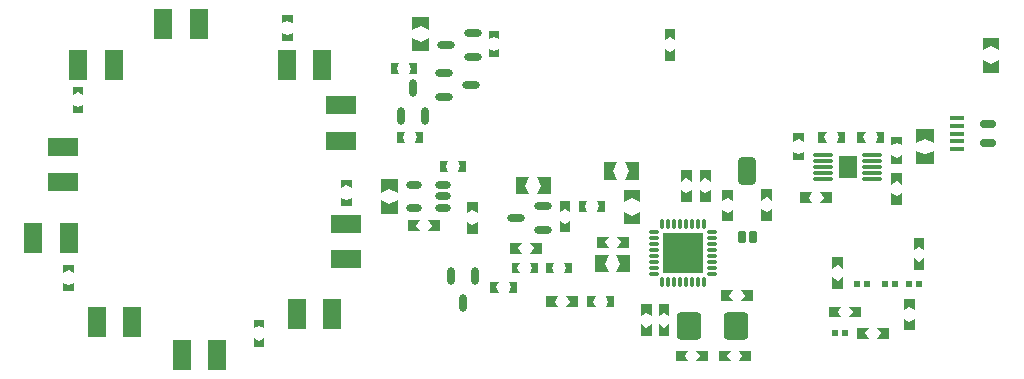
<source format=gtp>
G04*
G04 #@! TF.GenerationSoftware,Altium Limited,Altium Designer,18.1.7 (191)*
G04*
G04 Layer_Color=8421504*
%FSLAX24Y24*%
%MOIN*%
G70*
G01*
G75*
%ADD20O,0.0281X0.0591*%
%ADD21O,0.0531X0.0236*%
%ADD22O,0.0591X0.0281*%
G04:AMPARAMS|DCode=23|XSize=43.3mil|YSize=23.6mil|CornerRadius=5.9mil|HoleSize=0mil|Usage=FLASHONLY|Rotation=90.000|XOffset=0mil|YOffset=0mil|HoleType=Round|Shape=RoundedRectangle|*
%AMROUNDEDRECTD23*
21,1,0.0433,0.0118,0,0,90.0*
21,1,0.0315,0.0236,0,0,90.0*
1,1,0.0118,0.0059,0.0157*
1,1,0.0118,0.0059,-0.0157*
1,1,0.0118,-0.0059,-0.0157*
1,1,0.0118,-0.0059,0.0157*
%
%ADD23ROUNDEDRECTD23*%
G04:AMPARAMS|DCode=24|XSize=94.5mil|YSize=59.1mil|CornerRadius=14.8mil|HoleSize=0mil|Usage=FLASHONLY|Rotation=90.000|XOffset=0mil|YOffset=0mil|HoleType=Round|Shape=RoundedRectangle|*
%AMROUNDEDRECTD24*
21,1,0.0945,0.0295,0,0,90.0*
21,1,0.0650,0.0591,0,0,90.0*
1,1,0.0295,0.0148,0.0325*
1,1,0.0295,0.0148,-0.0325*
1,1,0.0295,-0.0148,-0.0325*
1,1,0.0295,-0.0148,0.0325*
%
%ADD24ROUNDEDRECTD24*%
%ADD25O,0.0110X0.0335*%
%ADD26O,0.0335X0.0110*%
%ADD27R,0.1358X0.1358*%
G04:AMPARAMS|DCode=28|XSize=90.6mil|YSize=82.7mil|CornerRadius=12.4mil|HoleSize=0mil|Usage=FLASHONLY|Rotation=270.000|XOffset=0mil|YOffset=0mil|HoleType=Round|Shape=RoundedRectangle|*
%AMROUNDEDRECTD28*
21,1,0.0906,0.0579,0,0,270.0*
21,1,0.0657,0.0827,0,0,270.0*
1,1,0.0248,-0.0289,-0.0329*
1,1,0.0248,-0.0289,0.0329*
1,1,0.0248,0.0289,0.0329*
1,1,0.0248,0.0289,-0.0329*
%
%ADD28ROUNDEDRECTD28*%
%ADD29R,0.0217X0.0236*%
%ADD30O,0.0669X0.0118*%
%ADD31R,0.0618X0.0740*%
%ADD32R,0.0591X0.1024*%
%ADD33R,0.1024X0.0591*%
G04:AMPARAMS|DCode=34|XSize=15.7mil|YSize=49.2mil|CornerRadius=3.9mil|HoleSize=0mil|Usage=FLASHONLY|Rotation=270.000|XOffset=0mil|YOffset=0mil|HoleType=Round|Shape=RoundedRectangle|*
%AMROUNDEDRECTD34*
21,1,0.0157,0.0413,0,0,270.0*
21,1,0.0079,0.0492,0,0,270.0*
1,1,0.0079,-0.0207,-0.0039*
1,1,0.0079,-0.0207,0.0039*
1,1,0.0079,0.0207,0.0039*
1,1,0.0079,0.0207,-0.0039*
%
%ADD34ROUNDEDRECTD34*%
G04:AMPARAMS|DCode=35|XSize=53.1mil|YSize=23.6mil|CornerRadius=5.9mil|HoleSize=0mil|Usage=FLASHONLY|Rotation=0.000|XOffset=0mil|YOffset=0mil|HoleType=Round|Shape=RoundedRectangle|*
%AMROUNDEDRECTD35*
21,1,0.0531,0.0118,0,0,0.0*
21,1,0.0413,0.0236,0,0,0.0*
1,1,0.0118,0.0207,-0.0059*
1,1,0.0118,-0.0207,-0.0059*
1,1,0.0118,-0.0207,0.0059*
1,1,0.0118,0.0207,0.0059*
%
%ADD35ROUNDEDRECTD35*%
G36*
X34242Y37077D02*
X34065Y37156D01*
X33888Y37077D01*
Y37352D01*
X34242D01*
Y37077D01*
D02*
G37*
G36*
X38789Y36841D02*
X38504Y36969D01*
X38219Y36841D01*
Y37293D01*
X38789D01*
Y36841D01*
D02*
G37*
G36*
X34242Y36467D02*
X33888D01*
Y36742D01*
X34065Y36664D01*
X34242Y36742D01*
Y36467D01*
D02*
G37*
G36*
X41122Y36545D02*
X40945Y36624D01*
X40768Y36545D01*
Y36821D01*
X41122D01*
Y36545D01*
D02*
G37*
G36*
X46998Y36496D02*
X46821Y36614D01*
X46644Y36496D01*
Y36890D01*
X46998D01*
Y36496D01*
D02*
G37*
G36*
X38789Y36132D02*
X38219D01*
Y36585D01*
X38504Y36457D01*
X38789Y36585D01*
Y36132D01*
D02*
G37*
G36*
X57795Y36171D02*
X57520Y36299D01*
X57244Y36171D01*
Y36585D01*
X57795D01*
Y36171D01*
D02*
G37*
G36*
X41122Y35935D02*
X40768D01*
Y36211D01*
X40945Y36132D01*
X41122Y36211D01*
Y35935D01*
D02*
G37*
G36*
X46998Y35827D02*
X46644D01*
Y36220D01*
X46821Y36102D01*
X46998Y36220D01*
Y35827D01*
D02*
G37*
G36*
X57795Y35423D02*
X57244D01*
Y35837D01*
X57520Y35709D01*
X57795Y35837D01*
Y35423D01*
D02*
G37*
G36*
X38396Y35374D02*
X38120D01*
X38199Y35551D01*
X38120Y35728D01*
X38396D01*
Y35374D01*
D02*
G37*
G36*
X37707Y35551D02*
X37786Y35374D01*
X37510D01*
Y35728D01*
X37786D01*
X37707Y35551D01*
D02*
G37*
G36*
X27264Y34685D02*
X27087Y34764D01*
X26909Y34685D01*
Y34960D01*
X27264D01*
Y34685D01*
D02*
G37*
G36*
Y34075D02*
X26909D01*
Y34350D01*
X27087Y34272D01*
X27264Y34350D01*
Y34075D01*
D02*
G37*
G36*
X51280Y33120D02*
X51102Y33199D01*
X50925Y33120D01*
Y33396D01*
X51280D01*
Y33120D01*
D02*
G37*
G36*
X53947Y33091D02*
X53671D01*
X53750Y33268D01*
X53671Y33445D01*
X53947D01*
Y33091D01*
D02*
G37*
G36*
X53258Y33268D02*
X53337Y33091D01*
X53061D01*
Y33445D01*
X53337D01*
X53258Y33268D01*
D02*
G37*
G36*
X52648Y33091D02*
X52372D01*
X52451Y33268D01*
X52372Y33445D01*
X52648D01*
Y33091D01*
D02*
G37*
G36*
X51959Y33268D02*
X52038Y33091D01*
X51762D01*
Y33445D01*
X52038D01*
X51959Y33268D01*
D02*
G37*
G36*
X38593Y33091D02*
X38317D01*
X38396Y33268D01*
X38317Y33445D01*
X38593D01*
Y33091D01*
D02*
G37*
G36*
X37904Y33268D02*
X37983Y33091D01*
X37707D01*
Y33445D01*
X37983D01*
X37904Y33268D01*
D02*
G37*
G36*
X55600Y33081D02*
X55315Y33209D01*
X55030Y33081D01*
Y33533D01*
X55600D01*
Y33081D01*
D02*
G37*
G36*
X54547Y33002D02*
X54370Y33081D01*
X54193Y33002D01*
Y33278D01*
X54547D01*
Y33002D01*
D02*
G37*
G36*
X51280Y32510D02*
X50925D01*
Y32786D01*
X51102Y32707D01*
X51280Y32786D01*
Y32510D01*
D02*
G37*
G36*
X55600Y32372D02*
X55030D01*
Y32825D01*
X55315Y32697D01*
X55600Y32825D01*
Y32372D01*
D02*
G37*
G36*
X54547Y32392D02*
X54193D01*
Y32668D01*
X54370Y32589D01*
X54547Y32668D01*
Y32392D01*
D02*
G37*
G36*
X40022Y32126D02*
X39747D01*
X39826Y32303D01*
X39747Y32480D01*
X40022D01*
Y32126D01*
D02*
G37*
G36*
X39334Y32303D02*
X39412Y32126D01*
X39137D01*
Y32480D01*
X39412D01*
X39334Y32303D01*
D02*
G37*
G36*
X45768Y31860D02*
X45315D01*
X45443Y32146D01*
X45315Y32431D01*
X45768D01*
Y31860D01*
D02*
G37*
G36*
X44931Y32146D02*
X45059Y31860D01*
X44606D01*
Y32431D01*
X45059D01*
X44931Y32146D01*
D02*
G37*
G36*
X48169Y31791D02*
X47992Y31909D01*
X47815Y31791D01*
Y32185D01*
X48169D01*
Y31791D01*
D02*
G37*
G36*
X47539Y31791D02*
X47362Y31909D01*
X47185Y31791D01*
Y32184D01*
X47539D01*
Y31791D01*
D02*
G37*
G36*
X54547Y31693D02*
X54370Y31811D01*
X54193Y31693D01*
Y32087D01*
X54547D01*
Y31693D01*
D02*
G37*
G36*
X36201Y31585D02*
X36024Y31663D01*
X35846Y31585D01*
Y31860D01*
X36201D01*
Y31585D01*
D02*
G37*
G36*
X37739Y31427D02*
X37454Y31555D01*
X37168Y31427D01*
Y31880D01*
X37739D01*
Y31427D01*
D02*
G37*
G36*
X48169Y31122D02*
X47815D01*
Y31516D01*
X47992Y31398D01*
X48169Y31516D01*
Y31122D01*
D02*
G37*
G36*
X47539Y31121D02*
X47185D01*
Y31515D01*
X47362Y31397D01*
X47539Y31515D01*
Y31121D01*
D02*
G37*
G36*
X42833Y31368D02*
X42380D01*
X42508Y31653D01*
X42380Y31939D01*
X42833D01*
Y31368D01*
D02*
G37*
G36*
X41996Y31653D02*
X42124Y31368D01*
X41671D01*
Y31939D01*
X42124D01*
X41996Y31653D01*
D02*
G37*
G36*
X54547Y31024D02*
X54193D01*
Y31417D01*
X54370Y31299D01*
X54547Y31417D01*
Y31024D01*
D02*
G37*
G36*
X36201Y30975D02*
X35846D01*
Y31250D01*
X36024Y31172D01*
X36201Y31250D01*
Y30975D01*
D02*
G37*
G36*
X50217Y31161D02*
X50039Y31280D01*
X49862Y31161D01*
Y31555D01*
X50217D01*
Y31161D01*
D02*
G37*
G36*
X48917Y31132D02*
X48740Y31250D01*
X48563Y31132D01*
Y31526D01*
X48917D01*
Y31132D01*
D02*
G37*
G36*
X45827Y31112D02*
X45551Y31240D01*
X45276Y31112D01*
Y31526D01*
X45827D01*
Y31112D01*
D02*
G37*
G36*
X52224Y31083D02*
X51831D01*
X51949Y31260D01*
X51831Y31437D01*
X52224D01*
Y31083D01*
D02*
G37*
G36*
X51437Y31260D02*
X51555Y31083D01*
X51161D01*
Y31437D01*
X51555D01*
X51437Y31260D01*
D02*
G37*
G36*
X37739Y30719D02*
X37168D01*
Y31171D01*
X37454Y31043D01*
X37739Y31171D01*
Y30719D01*
D02*
G37*
G36*
X44655Y30787D02*
X44380D01*
X44458Y30965D01*
X44380Y31142D01*
X44655D01*
Y30787D01*
D02*
G37*
G36*
X43967Y30965D02*
X44045Y30787D01*
X43770D01*
Y31142D01*
X44045D01*
X43967Y30965D01*
D02*
G37*
G36*
X50217Y30492D02*
X49862D01*
Y30886D01*
X50039Y30768D01*
X50217Y30886D01*
Y30492D01*
D02*
G37*
G36*
X43492Y30768D02*
X43315Y30886D01*
X43138Y30768D01*
Y31161D01*
X43492D01*
Y30768D01*
D02*
G37*
G36*
X48917Y30463D02*
X48563D01*
Y30857D01*
X48740Y30738D01*
X48917Y30857D01*
Y30463D01*
D02*
G37*
G36*
X40404Y30728D02*
X40226Y30846D01*
X40049Y30728D01*
Y31122D01*
X40404D01*
Y30728D01*
D02*
G37*
G36*
X45827Y30364D02*
X45276D01*
Y30778D01*
X45551Y30650D01*
X45827Y30778D01*
Y30364D01*
D02*
G37*
G36*
X43492Y30098D02*
X43138D01*
Y30492D01*
X43315Y30374D01*
X43492Y30492D01*
Y30098D01*
D02*
G37*
G36*
X40404Y30059D02*
X40049D01*
Y30453D01*
X40226Y30335D01*
X40404Y30453D01*
Y30059D01*
D02*
G37*
G36*
X39144Y30148D02*
X38750D01*
X38868Y30325D01*
X38750Y30502D01*
X39144D01*
Y30148D01*
D02*
G37*
G36*
X38356Y30325D02*
X38474Y30148D01*
X38081D01*
Y30502D01*
X38474D01*
X38356Y30325D01*
D02*
G37*
G36*
X45453Y29587D02*
X45059D01*
X45177Y29764D01*
X45059Y29941D01*
X45453D01*
Y29587D01*
D02*
G37*
G36*
X44665Y29764D02*
X44783Y29587D01*
X44390D01*
Y29941D01*
X44783D01*
X44665Y29764D01*
D02*
G37*
G36*
X55295Y29508D02*
X55118Y29626D01*
X54941Y29508D01*
Y29902D01*
X55295D01*
Y29508D01*
D02*
G37*
G36*
X42547Y29390D02*
X42154D01*
X42272Y29567D01*
X42154Y29744D01*
X42547D01*
Y29390D01*
D02*
G37*
G36*
X41760Y29567D02*
X41878Y29390D01*
X41484D01*
Y29744D01*
X41878D01*
X41760Y29567D01*
D02*
G37*
G36*
X55295Y28839D02*
X54941D01*
Y29232D01*
X55118Y29114D01*
X55295Y29232D01*
Y28839D01*
D02*
G37*
G36*
X52579Y28878D02*
X52402Y28996D01*
X52224Y28878D01*
Y29272D01*
X52579D01*
Y28878D01*
D02*
G37*
G36*
X45482Y28770D02*
X45030D01*
X45157Y29055D01*
X45030Y29341D01*
X45482D01*
Y28770D01*
D02*
G37*
G36*
X44646Y29055D02*
X44774Y28770D01*
X44321D01*
Y29341D01*
X44774D01*
X44646Y29055D01*
D02*
G37*
G36*
X26949Y28750D02*
X26772Y28828D01*
X26594Y28750D01*
Y29025D01*
X26949D01*
Y28750D01*
D02*
G37*
G36*
X43561Y28740D02*
X43285D01*
X43364Y28917D01*
X43285Y29094D01*
X43561D01*
Y28740D01*
D02*
G37*
G36*
X42872Y28917D02*
X42951Y28740D01*
X42675D01*
Y29094D01*
X42951D01*
X42872Y28917D01*
D02*
G37*
G36*
X42419Y28740D02*
X42144D01*
X42222Y28917D01*
X42144Y29094D01*
X42419D01*
Y28740D01*
D02*
G37*
G36*
X41731Y28917D02*
X41809Y28740D01*
X41534D01*
Y29094D01*
X41809D01*
X41731Y28917D01*
D02*
G37*
G36*
X52579Y28209D02*
X52224D01*
Y28602D01*
X52402Y28484D01*
X52579Y28602D01*
Y28209D01*
D02*
G37*
G36*
X26949Y28140D02*
X26594D01*
Y28415D01*
X26772Y28337D01*
X26949Y28415D01*
Y28140D01*
D02*
G37*
G36*
X41712Y28091D02*
X41437D01*
X41516Y28268D01*
X41437Y28445D01*
X41712D01*
Y28091D01*
D02*
G37*
G36*
X41024Y28268D02*
X41102Y28091D01*
X40827D01*
Y28445D01*
X41102D01*
X41024Y28268D01*
D02*
G37*
G36*
X49587Y27815D02*
X49193D01*
X49311Y27992D01*
X49193Y28169D01*
X49587D01*
Y27815D01*
D02*
G37*
G36*
X48799Y27992D02*
X48917Y27815D01*
X48524D01*
Y28169D01*
X48917D01*
X48799Y27992D01*
D02*
G37*
G36*
X44951Y27608D02*
X44675D01*
X44754Y27785D01*
X44675Y27963D01*
X44951D01*
Y27608D01*
D02*
G37*
G36*
X44262Y27785D02*
X44341Y27608D01*
X44065D01*
Y27963D01*
X44341D01*
X44262Y27785D01*
D02*
G37*
G36*
X43760Y27608D02*
X43366D01*
X43484Y27785D01*
X43366Y27963D01*
X43760D01*
Y27608D01*
D02*
G37*
G36*
X42972Y27785D02*
X43091Y27608D01*
X42697D01*
Y27963D01*
X43091D01*
X42972Y27785D01*
D02*
G37*
G36*
X54970Y27500D02*
X54793Y27618D01*
X54616Y27500D01*
Y27894D01*
X54970D01*
Y27500D01*
D02*
G37*
G36*
X46791Y27303D02*
X46614Y27421D01*
X46437Y27303D01*
Y27697D01*
X46791D01*
Y27303D01*
D02*
G37*
G36*
X46201Y27303D02*
X46024Y27421D01*
X45846Y27303D01*
Y27697D01*
X46201D01*
Y27303D01*
D02*
G37*
G36*
X53189Y27264D02*
X52795D01*
X52913Y27441D01*
X52795Y27618D01*
X53189D01*
Y27264D01*
D02*
G37*
G36*
X52402Y27441D02*
X52520Y27264D01*
X52126D01*
Y27618D01*
X52520D01*
X52402Y27441D01*
D02*
G37*
G36*
X54970Y26831D02*
X54616D01*
Y27224D01*
X54793Y27106D01*
X54970Y27224D01*
Y26831D01*
D02*
G37*
G36*
X46791Y26634D02*
X46437D01*
Y27028D01*
X46614Y26909D01*
X46791Y27028D01*
Y26634D01*
D02*
G37*
G36*
X46201Y26634D02*
X45846D01*
Y27028D01*
X46024Y26909D01*
X46201Y27028D01*
Y26634D01*
D02*
G37*
G36*
X33287Y26900D02*
X33110Y26978D01*
X32933Y26900D01*
Y27175D01*
X33287D01*
Y26900D01*
D02*
G37*
G36*
X54114Y26555D02*
X53720D01*
X53839Y26732D01*
X53720Y26909D01*
X54114D01*
Y26555D01*
D02*
G37*
G36*
X53327Y26732D02*
X53445Y26555D01*
X53051D01*
Y26909D01*
X53445D01*
X53327Y26732D01*
D02*
G37*
G36*
X33287Y26290D02*
X32933D01*
Y26565D01*
X33110Y26486D01*
X33287Y26565D01*
Y26290D01*
D02*
G37*
G36*
X49508Y25807D02*
X49114D01*
X49232Y25984D01*
X49114Y26161D01*
X49508D01*
Y25807D01*
D02*
G37*
G36*
X48720Y25984D02*
X48839Y25807D01*
X48445D01*
Y26161D01*
X48839D01*
X48720Y25984D01*
D02*
G37*
G36*
X48091Y25807D02*
X47697D01*
X47815Y25984D01*
X47697Y26161D01*
X48091D01*
Y25807D01*
D02*
G37*
G36*
X47303Y25984D02*
X47421Y25807D01*
X47028D01*
Y26161D01*
X47421D01*
X47303Y25984D01*
D02*
G37*
D20*
X40325Y28656D02*
D03*
X39525D02*
D03*
X39925Y27746D02*
D03*
X37854Y33991D02*
D03*
X38654D02*
D03*
X38254Y34901D02*
D03*
D21*
X39265Y31299D02*
D03*
X38280Y30925D02*
D03*
X39265D02*
D03*
X38280Y31673D02*
D03*
X39265D02*
D03*
D22*
X42591Y30177D02*
D03*
Y30977D02*
D03*
X41681Y30577D02*
D03*
X39267Y35413D02*
D03*
Y34613D02*
D03*
X40177Y35013D02*
D03*
X40261Y35945D02*
D03*
Y36745D02*
D03*
X39351Y36345D02*
D03*
D23*
X49567Y29961D02*
D03*
X49213D02*
D03*
D24*
X49390Y32146D02*
D03*
D25*
X47943Y28435D02*
D03*
X47746D02*
D03*
X47549D02*
D03*
X47352D02*
D03*
X47156D02*
D03*
X46959D02*
D03*
X46762D02*
D03*
X46565D02*
D03*
Y30384D02*
D03*
X46762D02*
D03*
X46959D02*
D03*
X47156D02*
D03*
X47352D02*
D03*
X47549D02*
D03*
X47746D02*
D03*
X47943D02*
D03*
D26*
X46280Y28720D02*
D03*
Y28917D02*
D03*
Y29114D02*
D03*
Y29311D02*
D03*
Y29508D02*
D03*
Y29705D02*
D03*
Y29902D02*
D03*
Y30098D02*
D03*
X48228D02*
D03*
Y29902D02*
D03*
Y29705D02*
D03*
Y29508D02*
D03*
Y29311D02*
D03*
Y29114D02*
D03*
Y28917D02*
D03*
Y28720D02*
D03*
D27*
X47254Y29409D02*
D03*
D28*
X47441Y26969D02*
D03*
X49016D02*
D03*
D29*
X52313Y26732D02*
D03*
X52648D02*
D03*
X53396Y28386D02*
D03*
X53061D02*
D03*
X54301D02*
D03*
X53967D02*
D03*
X55128D02*
D03*
X54793D02*
D03*
D30*
X53543Y31890D02*
D03*
Y32087D02*
D03*
Y32283D02*
D03*
Y32480D02*
D03*
Y32677D02*
D03*
X51929Y31890D02*
D03*
Y32087D02*
D03*
Y32283D02*
D03*
Y32480D02*
D03*
Y32677D02*
D03*
D31*
X52736Y32283D02*
D03*
D32*
X35551Y27362D02*
D03*
X34370D02*
D03*
X28898Y27126D02*
D03*
X27717D02*
D03*
X31732Y26024D02*
D03*
X30551D02*
D03*
X34045Y35669D02*
D03*
X35226D02*
D03*
X29921Y37028D02*
D03*
X31102D02*
D03*
X27087Y35674D02*
D03*
X28268D02*
D03*
X26772Y29921D02*
D03*
X25591D02*
D03*
D33*
X26575Y31772D02*
D03*
Y32953D02*
D03*
X36024Y30394D02*
D03*
Y29213D02*
D03*
X35851Y34331D02*
D03*
Y33150D02*
D03*
D34*
X56368Y33898D02*
D03*
Y33642D02*
D03*
Y33386D02*
D03*
Y33130D02*
D03*
Y32874D02*
D03*
D35*
X57402Y33701D02*
D03*
Y33071D02*
D03*
M02*

</source>
